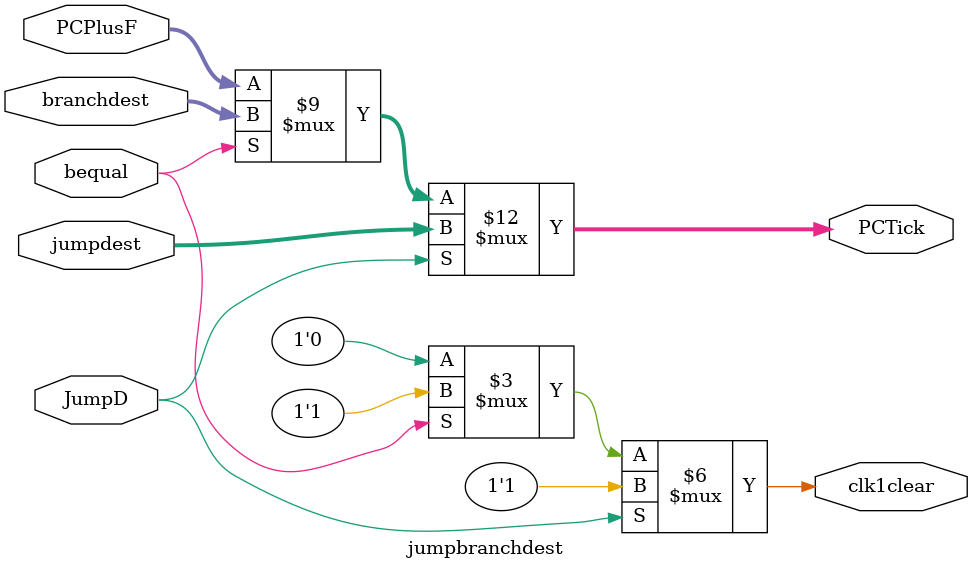
<source format=v>
`timescale 1ns / 1ps
module jumpbranchdest #(parameter SIZE = 31)(


input[SIZE:0] jumpdest, branchdest, PCPlusF,
input JumpD, bequal, 
output reg[SIZE:0] PCTick, 
output reg clk1clear

    );



always @*
begin

	if(JumpD)
	begin
	
		PCTick <= jumpdest;	
		clk1clear <= 1;
		
	end
		
	else if(bequal)
	begin
	
		PCTick <= branchdest;
		clk1clear <= 1;	
		
	end
	
	else 
	begin
	
		PCTick <= PCPlusF;
		clk1clear <= 0;
		
	end



end


endmodule

</source>
